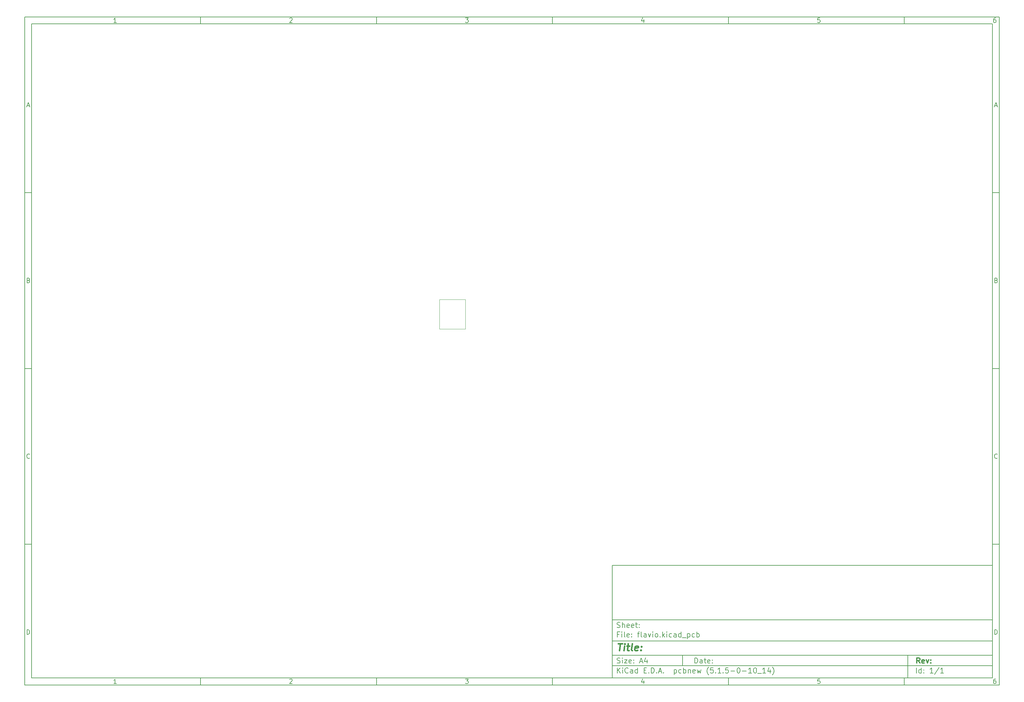
<source format=gbr>
G04 #@! TF.GenerationSoftware,KiCad,Pcbnew,(5.1.5-0-10_14)*
G04 #@! TF.CreationDate,2019-12-07T21:20:26-03:00*
G04 #@! TF.ProjectId,flavio,666c6176-696f-42e6-9b69-6361645f7063,rev?*
G04 #@! TF.SameCoordinates,Original*
G04 #@! TF.FileFunction,Profile,NP*
%FSLAX46Y46*%
G04 Gerber Fmt 4.6, Leading zero omitted, Abs format (unit mm)*
G04 Created by KiCad (PCBNEW (5.1.5-0-10_14)) date 2019-12-07 21:20:26*
%MOMM*%
%LPD*%
G04 APERTURE LIST*
%ADD10C,0.100000*%
%ADD11C,0.150000*%
%ADD12C,0.300000*%
%ADD13C,0.400000*%
%ADD14C,0.050000*%
G04 APERTURE END LIST*
D10*
D11*
X177002200Y-166007200D02*
X177002200Y-198007200D01*
X285002200Y-198007200D01*
X285002200Y-166007200D01*
X177002200Y-166007200D01*
D10*
D11*
X10000000Y-10000000D02*
X10000000Y-200007200D01*
X287002200Y-200007200D01*
X287002200Y-10000000D01*
X10000000Y-10000000D01*
D10*
D11*
X12000000Y-12000000D02*
X12000000Y-198007200D01*
X285002200Y-198007200D01*
X285002200Y-12000000D01*
X12000000Y-12000000D01*
D10*
D11*
X60000000Y-12000000D02*
X60000000Y-10000000D01*
D10*
D11*
X110000000Y-12000000D02*
X110000000Y-10000000D01*
D10*
D11*
X160000000Y-12000000D02*
X160000000Y-10000000D01*
D10*
D11*
X210000000Y-12000000D02*
X210000000Y-10000000D01*
D10*
D11*
X260000000Y-12000000D02*
X260000000Y-10000000D01*
D10*
D11*
X36065476Y-11588095D02*
X35322619Y-11588095D01*
X35694047Y-11588095D02*
X35694047Y-10288095D01*
X35570238Y-10473809D01*
X35446428Y-10597619D01*
X35322619Y-10659523D01*
D10*
D11*
X85322619Y-10411904D02*
X85384523Y-10350000D01*
X85508333Y-10288095D01*
X85817857Y-10288095D01*
X85941666Y-10350000D01*
X86003571Y-10411904D01*
X86065476Y-10535714D01*
X86065476Y-10659523D01*
X86003571Y-10845238D01*
X85260714Y-11588095D01*
X86065476Y-11588095D01*
D10*
D11*
X135260714Y-10288095D02*
X136065476Y-10288095D01*
X135632142Y-10783333D01*
X135817857Y-10783333D01*
X135941666Y-10845238D01*
X136003571Y-10907142D01*
X136065476Y-11030952D01*
X136065476Y-11340476D01*
X136003571Y-11464285D01*
X135941666Y-11526190D01*
X135817857Y-11588095D01*
X135446428Y-11588095D01*
X135322619Y-11526190D01*
X135260714Y-11464285D01*
D10*
D11*
X185941666Y-10721428D02*
X185941666Y-11588095D01*
X185632142Y-10226190D02*
X185322619Y-11154761D01*
X186127380Y-11154761D01*
D10*
D11*
X236003571Y-10288095D02*
X235384523Y-10288095D01*
X235322619Y-10907142D01*
X235384523Y-10845238D01*
X235508333Y-10783333D01*
X235817857Y-10783333D01*
X235941666Y-10845238D01*
X236003571Y-10907142D01*
X236065476Y-11030952D01*
X236065476Y-11340476D01*
X236003571Y-11464285D01*
X235941666Y-11526190D01*
X235817857Y-11588095D01*
X235508333Y-11588095D01*
X235384523Y-11526190D01*
X235322619Y-11464285D01*
D10*
D11*
X285941666Y-10288095D02*
X285694047Y-10288095D01*
X285570238Y-10350000D01*
X285508333Y-10411904D01*
X285384523Y-10597619D01*
X285322619Y-10845238D01*
X285322619Y-11340476D01*
X285384523Y-11464285D01*
X285446428Y-11526190D01*
X285570238Y-11588095D01*
X285817857Y-11588095D01*
X285941666Y-11526190D01*
X286003571Y-11464285D01*
X286065476Y-11340476D01*
X286065476Y-11030952D01*
X286003571Y-10907142D01*
X285941666Y-10845238D01*
X285817857Y-10783333D01*
X285570238Y-10783333D01*
X285446428Y-10845238D01*
X285384523Y-10907142D01*
X285322619Y-11030952D01*
D10*
D11*
X60000000Y-198007200D02*
X60000000Y-200007200D01*
D10*
D11*
X110000000Y-198007200D02*
X110000000Y-200007200D01*
D10*
D11*
X160000000Y-198007200D02*
X160000000Y-200007200D01*
D10*
D11*
X210000000Y-198007200D02*
X210000000Y-200007200D01*
D10*
D11*
X260000000Y-198007200D02*
X260000000Y-200007200D01*
D10*
D11*
X36065476Y-199595295D02*
X35322619Y-199595295D01*
X35694047Y-199595295D02*
X35694047Y-198295295D01*
X35570238Y-198481009D01*
X35446428Y-198604819D01*
X35322619Y-198666723D01*
D10*
D11*
X85322619Y-198419104D02*
X85384523Y-198357200D01*
X85508333Y-198295295D01*
X85817857Y-198295295D01*
X85941666Y-198357200D01*
X86003571Y-198419104D01*
X86065476Y-198542914D01*
X86065476Y-198666723D01*
X86003571Y-198852438D01*
X85260714Y-199595295D01*
X86065476Y-199595295D01*
D10*
D11*
X135260714Y-198295295D02*
X136065476Y-198295295D01*
X135632142Y-198790533D01*
X135817857Y-198790533D01*
X135941666Y-198852438D01*
X136003571Y-198914342D01*
X136065476Y-199038152D01*
X136065476Y-199347676D01*
X136003571Y-199471485D01*
X135941666Y-199533390D01*
X135817857Y-199595295D01*
X135446428Y-199595295D01*
X135322619Y-199533390D01*
X135260714Y-199471485D01*
D10*
D11*
X185941666Y-198728628D02*
X185941666Y-199595295D01*
X185632142Y-198233390D02*
X185322619Y-199161961D01*
X186127380Y-199161961D01*
D10*
D11*
X236003571Y-198295295D02*
X235384523Y-198295295D01*
X235322619Y-198914342D01*
X235384523Y-198852438D01*
X235508333Y-198790533D01*
X235817857Y-198790533D01*
X235941666Y-198852438D01*
X236003571Y-198914342D01*
X236065476Y-199038152D01*
X236065476Y-199347676D01*
X236003571Y-199471485D01*
X235941666Y-199533390D01*
X235817857Y-199595295D01*
X235508333Y-199595295D01*
X235384523Y-199533390D01*
X235322619Y-199471485D01*
D10*
D11*
X285941666Y-198295295D02*
X285694047Y-198295295D01*
X285570238Y-198357200D01*
X285508333Y-198419104D01*
X285384523Y-198604819D01*
X285322619Y-198852438D01*
X285322619Y-199347676D01*
X285384523Y-199471485D01*
X285446428Y-199533390D01*
X285570238Y-199595295D01*
X285817857Y-199595295D01*
X285941666Y-199533390D01*
X286003571Y-199471485D01*
X286065476Y-199347676D01*
X286065476Y-199038152D01*
X286003571Y-198914342D01*
X285941666Y-198852438D01*
X285817857Y-198790533D01*
X285570238Y-198790533D01*
X285446428Y-198852438D01*
X285384523Y-198914342D01*
X285322619Y-199038152D01*
D10*
D11*
X10000000Y-60000000D02*
X12000000Y-60000000D01*
D10*
D11*
X10000000Y-110000000D02*
X12000000Y-110000000D01*
D10*
D11*
X10000000Y-160000000D02*
X12000000Y-160000000D01*
D10*
D11*
X10690476Y-35216666D02*
X11309523Y-35216666D01*
X10566666Y-35588095D02*
X11000000Y-34288095D01*
X11433333Y-35588095D01*
D10*
D11*
X11092857Y-84907142D02*
X11278571Y-84969047D01*
X11340476Y-85030952D01*
X11402380Y-85154761D01*
X11402380Y-85340476D01*
X11340476Y-85464285D01*
X11278571Y-85526190D01*
X11154761Y-85588095D01*
X10659523Y-85588095D01*
X10659523Y-84288095D01*
X11092857Y-84288095D01*
X11216666Y-84350000D01*
X11278571Y-84411904D01*
X11340476Y-84535714D01*
X11340476Y-84659523D01*
X11278571Y-84783333D01*
X11216666Y-84845238D01*
X11092857Y-84907142D01*
X10659523Y-84907142D01*
D10*
D11*
X11402380Y-135464285D02*
X11340476Y-135526190D01*
X11154761Y-135588095D01*
X11030952Y-135588095D01*
X10845238Y-135526190D01*
X10721428Y-135402380D01*
X10659523Y-135278571D01*
X10597619Y-135030952D01*
X10597619Y-134845238D01*
X10659523Y-134597619D01*
X10721428Y-134473809D01*
X10845238Y-134350000D01*
X11030952Y-134288095D01*
X11154761Y-134288095D01*
X11340476Y-134350000D01*
X11402380Y-134411904D01*
D10*
D11*
X10659523Y-185588095D02*
X10659523Y-184288095D01*
X10969047Y-184288095D01*
X11154761Y-184350000D01*
X11278571Y-184473809D01*
X11340476Y-184597619D01*
X11402380Y-184845238D01*
X11402380Y-185030952D01*
X11340476Y-185278571D01*
X11278571Y-185402380D01*
X11154761Y-185526190D01*
X10969047Y-185588095D01*
X10659523Y-185588095D01*
D10*
D11*
X287002200Y-60000000D02*
X285002200Y-60000000D01*
D10*
D11*
X287002200Y-110000000D02*
X285002200Y-110000000D01*
D10*
D11*
X287002200Y-160000000D02*
X285002200Y-160000000D01*
D10*
D11*
X285692676Y-35216666D02*
X286311723Y-35216666D01*
X285568866Y-35588095D02*
X286002200Y-34288095D01*
X286435533Y-35588095D01*
D10*
D11*
X286095057Y-84907142D02*
X286280771Y-84969047D01*
X286342676Y-85030952D01*
X286404580Y-85154761D01*
X286404580Y-85340476D01*
X286342676Y-85464285D01*
X286280771Y-85526190D01*
X286156961Y-85588095D01*
X285661723Y-85588095D01*
X285661723Y-84288095D01*
X286095057Y-84288095D01*
X286218866Y-84350000D01*
X286280771Y-84411904D01*
X286342676Y-84535714D01*
X286342676Y-84659523D01*
X286280771Y-84783333D01*
X286218866Y-84845238D01*
X286095057Y-84907142D01*
X285661723Y-84907142D01*
D10*
D11*
X286404580Y-135464285D02*
X286342676Y-135526190D01*
X286156961Y-135588095D01*
X286033152Y-135588095D01*
X285847438Y-135526190D01*
X285723628Y-135402380D01*
X285661723Y-135278571D01*
X285599819Y-135030952D01*
X285599819Y-134845238D01*
X285661723Y-134597619D01*
X285723628Y-134473809D01*
X285847438Y-134350000D01*
X286033152Y-134288095D01*
X286156961Y-134288095D01*
X286342676Y-134350000D01*
X286404580Y-134411904D01*
D10*
D11*
X285661723Y-185588095D02*
X285661723Y-184288095D01*
X285971247Y-184288095D01*
X286156961Y-184350000D01*
X286280771Y-184473809D01*
X286342676Y-184597619D01*
X286404580Y-184845238D01*
X286404580Y-185030952D01*
X286342676Y-185278571D01*
X286280771Y-185402380D01*
X286156961Y-185526190D01*
X285971247Y-185588095D01*
X285661723Y-185588095D01*
D10*
D11*
X200434342Y-193785771D02*
X200434342Y-192285771D01*
X200791485Y-192285771D01*
X201005771Y-192357200D01*
X201148628Y-192500057D01*
X201220057Y-192642914D01*
X201291485Y-192928628D01*
X201291485Y-193142914D01*
X201220057Y-193428628D01*
X201148628Y-193571485D01*
X201005771Y-193714342D01*
X200791485Y-193785771D01*
X200434342Y-193785771D01*
X202577200Y-193785771D02*
X202577200Y-193000057D01*
X202505771Y-192857200D01*
X202362914Y-192785771D01*
X202077200Y-192785771D01*
X201934342Y-192857200D01*
X202577200Y-193714342D02*
X202434342Y-193785771D01*
X202077200Y-193785771D01*
X201934342Y-193714342D01*
X201862914Y-193571485D01*
X201862914Y-193428628D01*
X201934342Y-193285771D01*
X202077200Y-193214342D01*
X202434342Y-193214342D01*
X202577200Y-193142914D01*
X203077200Y-192785771D02*
X203648628Y-192785771D01*
X203291485Y-192285771D02*
X203291485Y-193571485D01*
X203362914Y-193714342D01*
X203505771Y-193785771D01*
X203648628Y-193785771D01*
X204720057Y-193714342D02*
X204577200Y-193785771D01*
X204291485Y-193785771D01*
X204148628Y-193714342D01*
X204077200Y-193571485D01*
X204077200Y-193000057D01*
X204148628Y-192857200D01*
X204291485Y-192785771D01*
X204577200Y-192785771D01*
X204720057Y-192857200D01*
X204791485Y-193000057D01*
X204791485Y-193142914D01*
X204077200Y-193285771D01*
X205434342Y-193642914D02*
X205505771Y-193714342D01*
X205434342Y-193785771D01*
X205362914Y-193714342D01*
X205434342Y-193642914D01*
X205434342Y-193785771D01*
X205434342Y-192857200D02*
X205505771Y-192928628D01*
X205434342Y-193000057D01*
X205362914Y-192928628D01*
X205434342Y-192857200D01*
X205434342Y-193000057D01*
D10*
D11*
X177002200Y-194507200D02*
X285002200Y-194507200D01*
D10*
D11*
X178434342Y-196585771D02*
X178434342Y-195085771D01*
X179291485Y-196585771D02*
X178648628Y-195728628D01*
X179291485Y-195085771D02*
X178434342Y-195942914D01*
X179934342Y-196585771D02*
X179934342Y-195585771D01*
X179934342Y-195085771D02*
X179862914Y-195157200D01*
X179934342Y-195228628D01*
X180005771Y-195157200D01*
X179934342Y-195085771D01*
X179934342Y-195228628D01*
X181505771Y-196442914D02*
X181434342Y-196514342D01*
X181220057Y-196585771D01*
X181077200Y-196585771D01*
X180862914Y-196514342D01*
X180720057Y-196371485D01*
X180648628Y-196228628D01*
X180577200Y-195942914D01*
X180577200Y-195728628D01*
X180648628Y-195442914D01*
X180720057Y-195300057D01*
X180862914Y-195157200D01*
X181077200Y-195085771D01*
X181220057Y-195085771D01*
X181434342Y-195157200D01*
X181505771Y-195228628D01*
X182791485Y-196585771D02*
X182791485Y-195800057D01*
X182720057Y-195657200D01*
X182577200Y-195585771D01*
X182291485Y-195585771D01*
X182148628Y-195657200D01*
X182791485Y-196514342D02*
X182648628Y-196585771D01*
X182291485Y-196585771D01*
X182148628Y-196514342D01*
X182077200Y-196371485D01*
X182077200Y-196228628D01*
X182148628Y-196085771D01*
X182291485Y-196014342D01*
X182648628Y-196014342D01*
X182791485Y-195942914D01*
X184148628Y-196585771D02*
X184148628Y-195085771D01*
X184148628Y-196514342D02*
X184005771Y-196585771D01*
X183720057Y-196585771D01*
X183577200Y-196514342D01*
X183505771Y-196442914D01*
X183434342Y-196300057D01*
X183434342Y-195871485D01*
X183505771Y-195728628D01*
X183577200Y-195657200D01*
X183720057Y-195585771D01*
X184005771Y-195585771D01*
X184148628Y-195657200D01*
X186005771Y-195800057D02*
X186505771Y-195800057D01*
X186720057Y-196585771D02*
X186005771Y-196585771D01*
X186005771Y-195085771D01*
X186720057Y-195085771D01*
X187362914Y-196442914D02*
X187434342Y-196514342D01*
X187362914Y-196585771D01*
X187291485Y-196514342D01*
X187362914Y-196442914D01*
X187362914Y-196585771D01*
X188077200Y-196585771D02*
X188077200Y-195085771D01*
X188434342Y-195085771D01*
X188648628Y-195157200D01*
X188791485Y-195300057D01*
X188862914Y-195442914D01*
X188934342Y-195728628D01*
X188934342Y-195942914D01*
X188862914Y-196228628D01*
X188791485Y-196371485D01*
X188648628Y-196514342D01*
X188434342Y-196585771D01*
X188077200Y-196585771D01*
X189577200Y-196442914D02*
X189648628Y-196514342D01*
X189577200Y-196585771D01*
X189505771Y-196514342D01*
X189577200Y-196442914D01*
X189577200Y-196585771D01*
X190220057Y-196157200D02*
X190934342Y-196157200D01*
X190077200Y-196585771D02*
X190577200Y-195085771D01*
X191077200Y-196585771D01*
X191577200Y-196442914D02*
X191648628Y-196514342D01*
X191577200Y-196585771D01*
X191505771Y-196514342D01*
X191577200Y-196442914D01*
X191577200Y-196585771D01*
X194577200Y-195585771D02*
X194577200Y-197085771D01*
X194577200Y-195657200D02*
X194720057Y-195585771D01*
X195005771Y-195585771D01*
X195148628Y-195657200D01*
X195220057Y-195728628D01*
X195291485Y-195871485D01*
X195291485Y-196300057D01*
X195220057Y-196442914D01*
X195148628Y-196514342D01*
X195005771Y-196585771D01*
X194720057Y-196585771D01*
X194577200Y-196514342D01*
X196577200Y-196514342D02*
X196434342Y-196585771D01*
X196148628Y-196585771D01*
X196005771Y-196514342D01*
X195934342Y-196442914D01*
X195862914Y-196300057D01*
X195862914Y-195871485D01*
X195934342Y-195728628D01*
X196005771Y-195657200D01*
X196148628Y-195585771D01*
X196434342Y-195585771D01*
X196577200Y-195657200D01*
X197220057Y-196585771D02*
X197220057Y-195085771D01*
X197220057Y-195657200D02*
X197362914Y-195585771D01*
X197648628Y-195585771D01*
X197791485Y-195657200D01*
X197862914Y-195728628D01*
X197934342Y-195871485D01*
X197934342Y-196300057D01*
X197862914Y-196442914D01*
X197791485Y-196514342D01*
X197648628Y-196585771D01*
X197362914Y-196585771D01*
X197220057Y-196514342D01*
X198577200Y-195585771D02*
X198577200Y-196585771D01*
X198577200Y-195728628D02*
X198648628Y-195657200D01*
X198791485Y-195585771D01*
X199005771Y-195585771D01*
X199148628Y-195657200D01*
X199220057Y-195800057D01*
X199220057Y-196585771D01*
X200505771Y-196514342D02*
X200362914Y-196585771D01*
X200077200Y-196585771D01*
X199934342Y-196514342D01*
X199862914Y-196371485D01*
X199862914Y-195800057D01*
X199934342Y-195657200D01*
X200077200Y-195585771D01*
X200362914Y-195585771D01*
X200505771Y-195657200D01*
X200577200Y-195800057D01*
X200577200Y-195942914D01*
X199862914Y-196085771D01*
X201077200Y-195585771D02*
X201362914Y-196585771D01*
X201648628Y-195871485D01*
X201934342Y-196585771D01*
X202220057Y-195585771D01*
X204362914Y-197157200D02*
X204291485Y-197085771D01*
X204148628Y-196871485D01*
X204077200Y-196728628D01*
X204005771Y-196514342D01*
X203934342Y-196157200D01*
X203934342Y-195871485D01*
X204005771Y-195514342D01*
X204077200Y-195300057D01*
X204148628Y-195157200D01*
X204291485Y-194942914D01*
X204362914Y-194871485D01*
X205648628Y-195085771D02*
X204934342Y-195085771D01*
X204862914Y-195800057D01*
X204934342Y-195728628D01*
X205077200Y-195657200D01*
X205434342Y-195657200D01*
X205577200Y-195728628D01*
X205648628Y-195800057D01*
X205720057Y-195942914D01*
X205720057Y-196300057D01*
X205648628Y-196442914D01*
X205577200Y-196514342D01*
X205434342Y-196585771D01*
X205077200Y-196585771D01*
X204934342Y-196514342D01*
X204862914Y-196442914D01*
X206362914Y-196442914D02*
X206434342Y-196514342D01*
X206362914Y-196585771D01*
X206291485Y-196514342D01*
X206362914Y-196442914D01*
X206362914Y-196585771D01*
X207862914Y-196585771D02*
X207005771Y-196585771D01*
X207434342Y-196585771D02*
X207434342Y-195085771D01*
X207291485Y-195300057D01*
X207148628Y-195442914D01*
X207005771Y-195514342D01*
X208505771Y-196442914D02*
X208577200Y-196514342D01*
X208505771Y-196585771D01*
X208434342Y-196514342D01*
X208505771Y-196442914D01*
X208505771Y-196585771D01*
X209934342Y-195085771D02*
X209220057Y-195085771D01*
X209148628Y-195800057D01*
X209220057Y-195728628D01*
X209362914Y-195657200D01*
X209720057Y-195657200D01*
X209862914Y-195728628D01*
X209934342Y-195800057D01*
X210005771Y-195942914D01*
X210005771Y-196300057D01*
X209934342Y-196442914D01*
X209862914Y-196514342D01*
X209720057Y-196585771D01*
X209362914Y-196585771D01*
X209220057Y-196514342D01*
X209148628Y-196442914D01*
X210648628Y-196014342D02*
X211791485Y-196014342D01*
X212791485Y-195085771D02*
X212934342Y-195085771D01*
X213077200Y-195157200D01*
X213148628Y-195228628D01*
X213220057Y-195371485D01*
X213291485Y-195657200D01*
X213291485Y-196014342D01*
X213220057Y-196300057D01*
X213148628Y-196442914D01*
X213077200Y-196514342D01*
X212934342Y-196585771D01*
X212791485Y-196585771D01*
X212648628Y-196514342D01*
X212577200Y-196442914D01*
X212505771Y-196300057D01*
X212434342Y-196014342D01*
X212434342Y-195657200D01*
X212505771Y-195371485D01*
X212577200Y-195228628D01*
X212648628Y-195157200D01*
X212791485Y-195085771D01*
X213934342Y-196014342D02*
X215077200Y-196014342D01*
X216577200Y-196585771D02*
X215720057Y-196585771D01*
X216148628Y-196585771D02*
X216148628Y-195085771D01*
X216005771Y-195300057D01*
X215862914Y-195442914D01*
X215720057Y-195514342D01*
X217505771Y-195085771D02*
X217648628Y-195085771D01*
X217791485Y-195157200D01*
X217862914Y-195228628D01*
X217934342Y-195371485D01*
X218005771Y-195657200D01*
X218005771Y-196014342D01*
X217934342Y-196300057D01*
X217862914Y-196442914D01*
X217791485Y-196514342D01*
X217648628Y-196585771D01*
X217505771Y-196585771D01*
X217362914Y-196514342D01*
X217291485Y-196442914D01*
X217220057Y-196300057D01*
X217148628Y-196014342D01*
X217148628Y-195657200D01*
X217220057Y-195371485D01*
X217291485Y-195228628D01*
X217362914Y-195157200D01*
X217505771Y-195085771D01*
X218291485Y-196728628D02*
X219434342Y-196728628D01*
X220577200Y-196585771D02*
X219720057Y-196585771D01*
X220148628Y-196585771D02*
X220148628Y-195085771D01*
X220005771Y-195300057D01*
X219862914Y-195442914D01*
X219720057Y-195514342D01*
X221862914Y-195585771D02*
X221862914Y-196585771D01*
X221505771Y-195014342D02*
X221148628Y-196085771D01*
X222077200Y-196085771D01*
X222505771Y-197157200D02*
X222577200Y-197085771D01*
X222720057Y-196871485D01*
X222791485Y-196728628D01*
X222862914Y-196514342D01*
X222934342Y-196157200D01*
X222934342Y-195871485D01*
X222862914Y-195514342D01*
X222791485Y-195300057D01*
X222720057Y-195157200D01*
X222577200Y-194942914D01*
X222505771Y-194871485D01*
D10*
D11*
X177002200Y-191507200D02*
X285002200Y-191507200D01*
D10*
D12*
X264411485Y-193785771D02*
X263911485Y-193071485D01*
X263554342Y-193785771D02*
X263554342Y-192285771D01*
X264125771Y-192285771D01*
X264268628Y-192357200D01*
X264340057Y-192428628D01*
X264411485Y-192571485D01*
X264411485Y-192785771D01*
X264340057Y-192928628D01*
X264268628Y-193000057D01*
X264125771Y-193071485D01*
X263554342Y-193071485D01*
X265625771Y-193714342D02*
X265482914Y-193785771D01*
X265197200Y-193785771D01*
X265054342Y-193714342D01*
X264982914Y-193571485D01*
X264982914Y-193000057D01*
X265054342Y-192857200D01*
X265197200Y-192785771D01*
X265482914Y-192785771D01*
X265625771Y-192857200D01*
X265697200Y-193000057D01*
X265697200Y-193142914D01*
X264982914Y-193285771D01*
X266197200Y-192785771D02*
X266554342Y-193785771D01*
X266911485Y-192785771D01*
X267482914Y-193642914D02*
X267554342Y-193714342D01*
X267482914Y-193785771D01*
X267411485Y-193714342D01*
X267482914Y-193642914D01*
X267482914Y-193785771D01*
X267482914Y-192857200D02*
X267554342Y-192928628D01*
X267482914Y-193000057D01*
X267411485Y-192928628D01*
X267482914Y-192857200D01*
X267482914Y-193000057D01*
D10*
D11*
X178362914Y-193714342D02*
X178577200Y-193785771D01*
X178934342Y-193785771D01*
X179077200Y-193714342D01*
X179148628Y-193642914D01*
X179220057Y-193500057D01*
X179220057Y-193357200D01*
X179148628Y-193214342D01*
X179077200Y-193142914D01*
X178934342Y-193071485D01*
X178648628Y-193000057D01*
X178505771Y-192928628D01*
X178434342Y-192857200D01*
X178362914Y-192714342D01*
X178362914Y-192571485D01*
X178434342Y-192428628D01*
X178505771Y-192357200D01*
X178648628Y-192285771D01*
X179005771Y-192285771D01*
X179220057Y-192357200D01*
X179862914Y-193785771D02*
X179862914Y-192785771D01*
X179862914Y-192285771D02*
X179791485Y-192357200D01*
X179862914Y-192428628D01*
X179934342Y-192357200D01*
X179862914Y-192285771D01*
X179862914Y-192428628D01*
X180434342Y-192785771D02*
X181220057Y-192785771D01*
X180434342Y-193785771D01*
X181220057Y-193785771D01*
X182362914Y-193714342D02*
X182220057Y-193785771D01*
X181934342Y-193785771D01*
X181791485Y-193714342D01*
X181720057Y-193571485D01*
X181720057Y-193000057D01*
X181791485Y-192857200D01*
X181934342Y-192785771D01*
X182220057Y-192785771D01*
X182362914Y-192857200D01*
X182434342Y-193000057D01*
X182434342Y-193142914D01*
X181720057Y-193285771D01*
X183077200Y-193642914D02*
X183148628Y-193714342D01*
X183077200Y-193785771D01*
X183005771Y-193714342D01*
X183077200Y-193642914D01*
X183077200Y-193785771D01*
X183077200Y-192857200D02*
X183148628Y-192928628D01*
X183077200Y-193000057D01*
X183005771Y-192928628D01*
X183077200Y-192857200D01*
X183077200Y-193000057D01*
X184862914Y-193357200D02*
X185577200Y-193357200D01*
X184720057Y-193785771D02*
X185220057Y-192285771D01*
X185720057Y-193785771D01*
X186862914Y-192785771D02*
X186862914Y-193785771D01*
X186505771Y-192214342D02*
X186148628Y-193285771D01*
X187077200Y-193285771D01*
D10*
D11*
X263434342Y-196585771D02*
X263434342Y-195085771D01*
X264791485Y-196585771D02*
X264791485Y-195085771D01*
X264791485Y-196514342D02*
X264648628Y-196585771D01*
X264362914Y-196585771D01*
X264220057Y-196514342D01*
X264148628Y-196442914D01*
X264077200Y-196300057D01*
X264077200Y-195871485D01*
X264148628Y-195728628D01*
X264220057Y-195657200D01*
X264362914Y-195585771D01*
X264648628Y-195585771D01*
X264791485Y-195657200D01*
X265505771Y-196442914D02*
X265577200Y-196514342D01*
X265505771Y-196585771D01*
X265434342Y-196514342D01*
X265505771Y-196442914D01*
X265505771Y-196585771D01*
X265505771Y-195657200D02*
X265577200Y-195728628D01*
X265505771Y-195800057D01*
X265434342Y-195728628D01*
X265505771Y-195657200D01*
X265505771Y-195800057D01*
X268148628Y-196585771D02*
X267291485Y-196585771D01*
X267720057Y-196585771D02*
X267720057Y-195085771D01*
X267577200Y-195300057D01*
X267434342Y-195442914D01*
X267291485Y-195514342D01*
X269862914Y-195014342D02*
X268577200Y-196942914D01*
X271148628Y-196585771D02*
X270291485Y-196585771D01*
X270720057Y-196585771D02*
X270720057Y-195085771D01*
X270577200Y-195300057D01*
X270434342Y-195442914D01*
X270291485Y-195514342D01*
D10*
D11*
X177002200Y-187507200D02*
X285002200Y-187507200D01*
D10*
D13*
X178714580Y-188211961D02*
X179857438Y-188211961D01*
X179036009Y-190211961D02*
X179286009Y-188211961D01*
X180274104Y-190211961D02*
X180440771Y-188878628D01*
X180524104Y-188211961D02*
X180416961Y-188307200D01*
X180500295Y-188402438D01*
X180607438Y-188307200D01*
X180524104Y-188211961D01*
X180500295Y-188402438D01*
X181107438Y-188878628D02*
X181869342Y-188878628D01*
X181476485Y-188211961D02*
X181262200Y-189926247D01*
X181333628Y-190116723D01*
X181512200Y-190211961D01*
X181702676Y-190211961D01*
X182655057Y-190211961D02*
X182476485Y-190116723D01*
X182405057Y-189926247D01*
X182619342Y-188211961D01*
X184190771Y-190116723D02*
X183988390Y-190211961D01*
X183607438Y-190211961D01*
X183428866Y-190116723D01*
X183357438Y-189926247D01*
X183452676Y-189164342D01*
X183571723Y-188973866D01*
X183774104Y-188878628D01*
X184155057Y-188878628D01*
X184333628Y-188973866D01*
X184405057Y-189164342D01*
X184381247Y-189354819D01*
X183405057Y-189545295D01*
X185155057Y-190021485D02*
X185238390Y-190116723D01*
X185131247Y-190211961D01*
X185047914Y-190116723D01*
X185155057Y-190021485D01*
X185131247Y-190211961D01*
X185286009Y-188973866D02*
X185369342Y-189069104D01*
X185262200Y-189164342D01*
X185178866Y-189069104D01*
X185286009Y-188973866D01*
X185262200Y-189164342D01*
D10*
D11*
X178934342Y-185600057D02*
X178434342Y-185600057D01*
X178434342Y-186385771D02*
X178434342Y-184885771D01*
X179148628Y-184885771D01*
X179720057Y-186385771D02*
X179720057Y-185385771D01*
X179720057Y-184885771D02*
X179648628Y-184957200D01*
X179720057Y-185028628D01*
X179791485Y-184957200D01*
X179720057Y-184885771D01*
X179720057Y-185028628D01*
X180648628Y-186385771D02*
X180505771Y-186314342D01*
X180434342Y-186171485D01*
X180434342Y-184885771D01*
X181791485Y-186314342D02*
X181648628Y-186385771D01*
X181362914Y-186385771D01*
X181220057Y-186314342D01*
X181148628Y-186171485D01*
X181148628Y-185600057D01*
X181220057Y-185457200D01*
X181362914Y-185385771D01*
X181648628Y-185385771D01*
X181791485Y-185457200D01*
X181862914Y-185600057D01*
X181862914Y-185742914D01*
X181148628Y-185885771D01*
X182505771Y-186242914D02*
X182577200Y-186314342D01*
X182505771Y-186385771D01*
X182434342Y-186314342D01*
X182505771Y-186242914D01*
X182505771Y-186385771D01*
X182505771Y-185457200D02*
X182577200Y-185528628D01*
X182505771Y-185600057D01*
X182434342Y-185528628D01*
X182505771Y-185457200D01*
X182505771Y-185600057D01*
X184148628Y-185385771D02*
X184720057Y-185385771D01*
X184362914Y-186385771D02*
X184362914Y-185100057D01*
X184434342Y-184957200D01*
X184577200Y-184885771D01*
X184720057Y-184885771D01*
X185434342Y-186385771D02*
X185291485Y-186314342D01*
X185220057Y-186171485D01*
X185220057Y-184885771D01*
X186648628Y-186385771D02*
X186648628Y-185600057D01*
X186577200Y-185457200D01*
X186434342Y-185385771D01*
X186148628Y-185385771D01*
X186005771Y-185457200D01*
X186648628Y-186314342D02*
X186505771Y-186385771D01*
X186148628Y-186385771D01*
X186005771Y-186314342D01*
X185934342Y-186171485D01*
X185934342Y-186028628D01*
X186005771Y-185885771D01*
X186148628Y-185814342D01*
X186505771Y-185814342D01*
X186648628Y-185742914D01*
X187220057Y-185385771D02*
X187577200Y-186385771D01*
X187934342Y-185385771D01*
X188505771Y-186385771D02*
X188505771Y-185385771D01*
X188505771Y-184885771D02*
X188434342Y-184957200D01*
X188505771Y-185028628D01*
X188577200Y-184957200D01*
X188505771Y-184885771D01*
X188505771Y-185028628D01*
X189434342Y-186385771D02*
X189291485Y-186314342D01*
X189220057Y-186242914D01*
X189148628Y-186100057D01*
X189148628Y-185671485D01*
X189220057Y-185528628D01*
X189291485Y-185457200D01*
X189434342Y-185385771D01*
X189648628Y-185385771D01*
X189791485Y-185457200D01*
X189862914Y-185528628D01*
X189934342Y-185671485D01*
X189934342Y-186100057D01*
X189862914Y-186242914D01*
X189791485Y-186314342D01*
X189648628Y-186385771D01*
X189434342Y-186385771D01*
X190577200Y-186242914D02*
X190648628Y-186314342D01*
X190577200Y-186385771D01*
X190505771Y-186314342D01*
X190577200Y-186242914D01*
X190577200Y-186385771D01*
X191291485Y-186385771D02*
X191291485Y-184885771D01*
X191434342Y-185814342D02*
X191862914Y-186385771D01*
X191862914Y-185385771D02*
X191291485Y-185957200D01*
X192505771Y-186385771D02*
X192505771Y-185385771D01*
X192505771Y-184885771D02*
X192434342Y-184957200D01*
X192505771Y-185028628D01*
X192577200Y-184957200D01*
X192505771Y-184885771D01*
X192505771Y-185028628D01*
X193862914Y-186314342D02*
X193720057Y-186385771D01*
X193434342Y-186385771D01*
X193291485Y-186314342D01*
X193220057Y-186242914D01*
X193148628Y-186100057D01*
X193148628Y-185671485D01*
X193220057Y-185528628D01*
X193291485Y-185457200D01*
X193434342Y-185385771D01*
X193720057Y-185385771D01*
X193862914Y-185457200D01*
X195148628Y-186385771D02*
X195148628Y-185600057D01*
X195077200Y-185457200D01*
X194934342Y-185385771D01*
X194648628Y-185385771D01*
X194505771Y-185457200D01*
X195148628Y-186314342D02*
X195005771Y-186385771D01*
X194648628Y-186385771D01*
X194505771Y-186314342D01*
X194434342Y-186171485D01*
X194434342Y-186028628D01*
X194505771Y-185885771D01*
X194648628Y-185814342D01*
X195005771Y-185814342D01*
X195148628Y-185742914D01*
X196505771Y-186385771D02*
X196505771Y-184885771D01*
X196505771Y-186314342D02*
X196362914Y-186385771D01*
X196077200Y-186385771D01*
X195934342Y-186314342D01*
X195862914Y-186242914D01*
X195791485Y-186100057D01*
X195791485Y-185671485D01*
X195862914Y-185528628D01*
X195934342Y-185457200D01*
X196077200Y-185385771D01*
X196362914Y-185385771D01*
X196505771Y-185457200D01*
X196862914Y-186528628D02*
X198005771Y-186528628D01*
X198362914Y-185385771D02*
X198362914Y-186885771D01*
X198362914Y-185457200D02*
X198505771Y-185385771D01*
X198791485Y-185385771D01*
X198934342Y-185457200D01*
X199005771Y-185528628D01*
X199077200Y-185671485D01*
X199077200Y-186100057D01*
X199005771Y-186242914D01*
X198934342Y-186314342D01*
X198791485Y-186385771D01*
X198505771Y-186385771D01*
X198362914Y-186314342D01*
X200362914Y-186314342D02*
X200220057Y-186385771D01*
X199934342Y-186385771D01*
X199791485Y-186314342D01*
X199720057Y-186242914D01*
X199648628Y-186100057D01*
X199648628Y-185671485D01*
X199720057Y-185528628D01*
X199791485Y-185457200D01*
X199934342Y-185385771D01*
X200220057Y-185385771D01*
X200362914Y-185457200D01*
X201005771Y-186385771D02*
X201005771Y-184885771D01*
X201005771Y-185457200D02*
X201148628Y-185385771D01*
X201434342Y-185385771D01*
X201577200Y-185457200D01*
X201648628Y-185528628D01*
X201720057Y-185671485D01*
X201720057Y-186100057D01*
X201648628Y-186242914D01*
X201577200Y-186314342D01*
X201434342Y-186385771D01*
X201148628Y-186385771D01*
X201005771Y-186314342D01*
D10*
D11*
X177002200Y-181507200D02*
X285002200Y-181507200D01*
D10*
D11*
X178362914Y-183614342D02*
X178577200Y-183685771D01*
X178934342Y-183685771D01*
X179077200Y-183614342D01*
X179148628Y-183542914D01*
X179220057Y-183400057D01*
X179220057Y-183257200D01*
X179148628Y-183114342D01*
X179077200Y-183042914D01*
X178934342Y-182971485D01*
X178648628Y-182900057D01*
X178505771Y-182828628D01*
X178434342Y-182757200D01*
X178362914Y-182614342D01*
X178362914Y-182471485D01*
X178434342Y-182328628D01*
X178505771Y-182257200D01*
X178648628Y-182185771D01*
X179005771Y-182185771D01*
X179220057Y-182257200D01*
X179862914Y-183685771D02*
X179862914Y-182185771D01*
X180505771Y-183685771D02*
X180505771Y-182900057D01*
X180434342Y-182757200D01*
X180291485Y-182685771D01*
X180077200Y-182685771D01*
X179934342Y-182757200D01*
X179862914Y-182828628D01*
X181791485Y-183614342D02*
X181648628Y-183685771D01*
X181362914Y-183685771D01*
X181220057Y-183614342D01*
X181148628Y-183471485D01*
X181148628Y-182900057D01*
X181220057Y-182757200D01*
X181362914Y-182685771D01*
X181648628Y-182685771D01*
X181791485Y-182757200D01*
X181862914Y-182900057D01*
X181862914Y-183042914D01*
X181148628Y-183185771D01*
X183077200Y-183614342D02*
X182934342Y-183685771D01*
X182648628Y-183685771D01*
X182505771Y-183614342D01*
X182434342Y-183471485D01*
X182434342Y-182900057D01*
X182505771Y-182757200D01*
X182648628Y-182685771D01*
X182934342Y-182685771D01*
X183077200Y-182757200D01*
X183148628Y-182900057D01*
X183148628Y-183042914D01*
X182434342Y-183185771D01*
X183577200Y-182685771D02*
X184148628Y-182685771D01*
X183791485Y-182185771D02*
X183791485Y-183471485D01*
X183862914Y-183614342D01*
X184005771Y-183685771D01*
X184148628Y-183685771D01*
X184648628Y-183542914D02*
X184720057Y-183614342D01*
X184648628Y-183685771D01*
X184577200Y-183614342D01*
X184648628Y-183542914D01*
X184648628Y-183685771D01*
X184648628Y-182757200D02*
X184720057Y-182828628D01*
X184648628Y-182900057D01*
X184577200Y-182828628D01*
X184648628Y-182757200D01*
X184648628Y-182900057D01*
D10*
D11*
X197002200Y-191507200D02*
X197002200Y-194507200D01*
D10*
D11*
X261002200Y-191507200D02*
X261002200Y-198007200D01*
D14*
X135280000Y-90340000D02*
X127880000Y-90340000D01*
X127880000Y-98740000D02*
X135280000Y-98740000D01*
X135280000Y-98740000D02*
X135280000Y-90340000D01*
X127880000Y-90340000D02*
X127880000Y-98740000D01*
M02*

</source>
